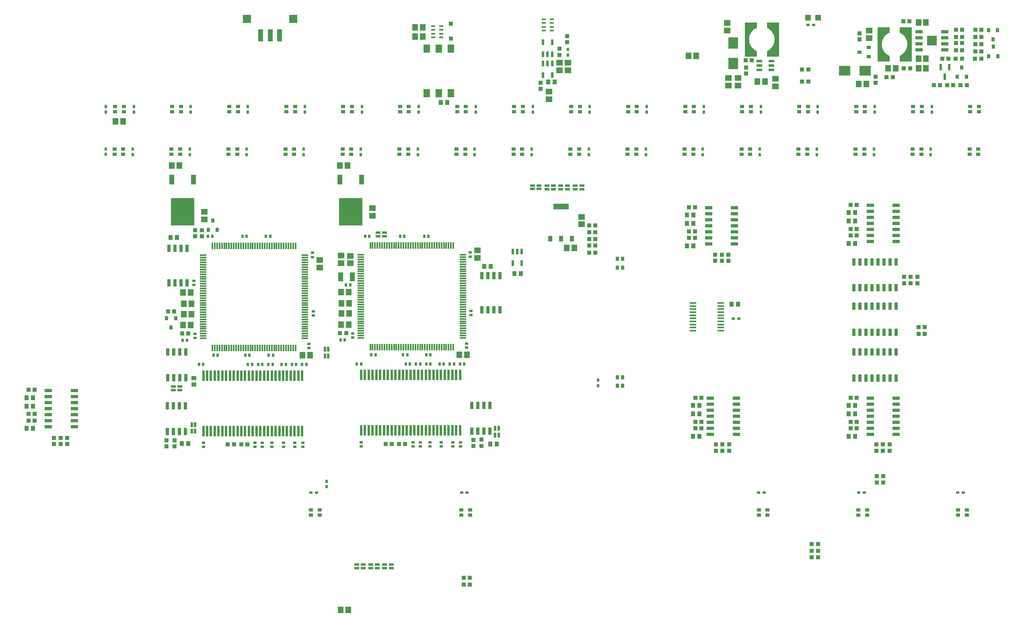
<source format=gtp>
G04*
G04 #@! TF.GenerationSoftware,Altium Limited,Altium Designer,24.2.2 (26)*
G04*
G04 Layer_Color=8421504*
%FSLAX25Y25*%
%MOIN*%
G70*
G04*
G04 #@! TF.SameCoordinates,5957EE86-81F1-4C7A-B0E9-50F0B43EC399*
G04*
G04*
G04 #@! TF.FilePolarity,Positive*
G04*
G01*
G75*
%ADD14C,0.00394*%
%ADD19R,0.05709X0.06693*%
%ADD20R,0.03543X0.01772*%
%ADD21R,0.03543X0.03937*%
%ADD22R,0.02362X0.04724*%
%ADD23R,0.03740X0.03347*%
%ADD24R,0.02362X0.02953*%
%ADD25R,0.05512X0.05118*%
%ADD26R,0.02953X0.02362*%
%ADD27R,0.02756X0.03543*%
%ADD28R,0.03543X0.02756*%
%ADD29R,0.04724X0.04724*%
%ADD30R,0.03347X0.03740*%
%ADD31R,0.09646X0.08465*%
%ADD32R,0.03543X0.03150*%
%ADD33R,0.05118X0.05512*%
%ADD34R,0.02200X0.05200*%
%ADD35R,0.03150X0.03543*%
%ADD36R,0.01968X0.27559*%
%ADD37R,0.06004X0.02756*%
%ADD38R,0.08228X0.08228*%
%ADD39R,0.04724X0.02362*%
%ADD40R,0.08465X0.09646*%
%ADD41R,0.01968X0.03937*%
%ADD42R,0.03937X0.01968*%
%ADD43R,0.03937X0.08268*%
%ADD44R,0.19291X0.23032*%
%ADD45R,0.03740X0.05118*%
%ADD46R,0.12795X0.05118*%
%ADD47R,0.06693X0.06693*%
%ADD48R,0.03937X0.10039*%
%ADD49R,0.03740X0.03543*%
%ADD50R,0.03937X0.03543*%
%ADD51R,0.01181X0.05807*%
%ADD52R,0.05807X0.01181*%
%ADD53R,0.02559X0.06496*%
%ADD54R,0.02362X0.02520*%
%ADD55R,0.02520X0.02362*%
%ADD56R,0.04724X0.05512*%
%ADD57R,0.02000X0.09000*%
%ADD58R,0.02559X0.06004*%
%ADD59R,0.04331X0.07480*%
%ADD60R,0.06102X0.02559*%
%ADD61R,0.05807X0.01772*%
%ADD62R,0.02559X0.06102*%
G36*
X1949249Y1311842D02*
X1948068Y1311448D01*
X1946886Y1310267D01*
X1946099Y1309873D01*
X1945312Y1308692D01*
X1944524Y1307511D01*
X1943737Y1305936D01*
X1943343Y1304755D01*
X1942949Y1303181D01*
Y1301999D01*
Y1300818D01*
X1943343Y1299244D01*
X1943737Y1298062D01*
X1944524Y1296488D01*
X1945312Y1295306D01*
X1946099Y1294125D01*
X1946886Y1293732D01*
X1948068Y1292551D01*
X1949249Y1292157D01*
Y1287826D01*
X1939406D01*
Y1301999D01*
Y1316173D01*
X1949249D01*
Y1311842D01*
D02*
G37*
G36*
X1967753Y1301999D02*
Y1287826D01*
X1957910D01*
Y1292157D01*
X1959091Y1292551D01*
X1960272Y1293732D01*
X1961060Y1294125D01*
X1961847Y1295306D01*
X1962634Y1296488D01*
X1963422Y1298062D01*
X1963816Y1299244D01*
X1964209Y1300818D01*
Y1301999D01*
Y1303181D01*
X1963816Y1304755D01*
X1963422Y1305936D01*
X1962634Y1307511D01*
X1961847Y1308692D01*
X1961060Y1309873D01*
X1960272Y1310267D01*
X1959091Y1311448D01*
X1957910Y1311842D01*
Y1316173D01*
X1967753D01*
Y1301999D01*
D02*
G37*
G36*
X2059268Y1307843D02*
X2058087Y1307449D01*
X2056906Y1306268D01*
X2056118Y1305874D01*
X2055331Y1304693D01*
X2054543Y1303512D01*
X2053756Y1301937D01*
X2053362Y1300756D01*
X2052968Y1299181D01*
Y1298000D01*
Y1296819D01*
X2053362Y1295244D01*
X2053756Y1294063D01*
X2054543Y1292488D01*
X2055331Y1291307D01*
X2056118Y1290126D01*
X2056906Y1289732D01*
X2058087Y1288551D01*
X2059268Y1288157D01*
Y1283827D01*
X2049425D01*
Y1298000D01*
Y1312173D01*
X2059268D01*
Y1307843D01*
D02*
G37*
G36*
X2077772Y1298000D02*
Y1283827D01*
X2067929D01*
Y1288157D01*
X2069110Y1288551D01*
X2070291Y1289732D01*
X2071079Y1290126D01*
X2071866Y1291307D01*
X2072654Y1292488D01*
X2073441Y1294063D01*
X2073835Y1295244D01*
X2074228Y1296819D01*
Y1298000D01*
Y1299181D01*
X2073835Y1300756D01*
X2073441Y1301937D01*
X2072654Y1303512D01*
X2071866Y1304693D01*
X2071079Y1305874D01*
X2070291Y1306268D01*
X2069110Y1307449D01*
X2067929Y1307843D01*
Y1312173D01*
X2077772D01*
Y1298000D01*
D02*
G37*
D14*
X2052845D02*
G03*
X2059268Y1288157I10753J0D01*
G01*
Y1307843D02*
G03*
X2052845Y1298000I4331J-9843D01*
G01*
X2074352D02*
G03*
X2067929Y1307843I-10753J0D01*
G01*
Y1288157D02*
G03*
X2074352Y1298000I-4331J9843D01*
G01*
X1942826Y1301999D02*
G03*
X1949249Y1292157I10753J0D01*
G01*
Y1311842D02*
G03*
X1942826Y1301999I4331J-9843D01*
G01*
X1964333D02*
G03*
X1957910Y1311842I-10753J0D01*
G01*
Y1292157D02*
G03*
X1964333Y1301999I-4331J9843D01*
G01*
X2059268Y1284024D02*
Y1288157D01*
Y1307843D02*
Y1311976D01*
X2067929Y1307843D02*
Y1311976D01*
Y1284024D02*
Y1288157D01*
X1949249Y1288023D02*
Y1292157D01*
Y1311842D02*
Y1315976D01*
X1957910Y1311842D02*
Y1315976D01*
Y1288023D02*
Y1292157D01*
D19*
X1696000Y1257496D02*
D03*
X1686000D02*
D03*
X1676000D02*
D03*
Y1294504D02*
D03*
X1686000D02*
D03*
X1696000D02*
D03*
D20*
X1779587Y1312527D02*
D03*
X1779587Y1309378D02*
D03*
Y1318827D02*
D03*
Y1315677D02*
D03*
X1772894Y1315677D02*
D03*
Y1318827D02*
D03*
Y1309378D02*
D03*
X1772894Y1312527D02*
D03*
X1681307Y1306850D02*
D03*
Y1303701D02*
D03*
Y1313150D02*
D03*
Y1310000D02*
D03*
X1688000D02*
D03*
Y1313150D02*
D03*
Y1303701D02*
D03*
Y1306850D02*
D03*
D21*
X1687588Y1249747D02*
D03*
X1692903Y1249747D02*
D03*
X1776425Y1266602D02*
D03*
X1781740D02*
D03*
X1473000Y966882D02*
D03*
X1478315D02*
D03*
X1349508Y1004882D02*
D03*
X1344193D02*
D03*
X2030736Y998382D02*
D03*
X2025421D02*
D03*
X1902008D02*
D03*
X1896693D02*
D03*
X2030736Y1158382D02*
D03*
X2025421D02*
D03*
X1896779Y1156382D02*
D03*
X1891464D02*
D03*
X1349508Y979382D02*
D03*
X1344193D02*
D03*
X2030736Y972882D02*
D03*
X2025421D02*
D03*
X1902008D02*
D03*
X1896693D02*
D03*
X2030736Y1132882D02*
D03*
X2025421D02*
D03*
X1896779Y1130882D02*
D03*
X1891464D02*
D03*
X1349508Y997882D02*
D03*
X1344193D02*
D03*
X2030736Y991382D02*
D03*
X2025421D02*
D03*
X1902008D02*
D03*
X1896693D02*
D03*
X2030736Y1151382D02*
D03*
X2025421D02*
D03*
X1896779Y1149382D02*
D03*
X1891464D02*
D03*
X1934008Y1082382D02*
D03*
X1928693D02*
D03*
X1734016Y966220D02*
D03*
X1728701D02*
D03*
X1468807Y1137882D02*
D03*
X1463492D02*
D03*
X1728807Y1113882D02*
D03*
X1723492D02*
D03*
X1753847Y1107673D02*
D03*
X1748532D02*
D03*
D22*
X1772260Y1299602D02*
D03*
X1779740D02*
D03*
Y1289760D02*
D03*
X1776000Y1289760D02*
D03*
X1772260Y1289760D02*
D03*
X1779740Y1282102D02*
D03*
X1776000D02*
D03*
X1772260D02*
D03*
Y1272260D02*
D03*
X1779740D02*
D03*
X1754579Y1116252D02*
D03*
X1747098Y1116252D02*
D03*
Y1126095D02*
D03*
X1750839D02*
D03*
X1754579Y1126095D02*
D03*
D23*
X1792240Y1299602D02*
D03*
Y1304720D02*
D03*
X1785740Y1289102D02*
D03*
Y1294221D02*
D03*
X1770260Y1260984D02*
D03*
Y1266102D02*
D03*
X2047902Y1266000D02*
D03*
Y1271118D02*
D03*
X2034433Y1307087D02*
D03*
Y1301968D02*
D03*
X1940504Y1278717D02*
D03*
Y1273598D02*
D03*
X1489500Y1138764D02*
D03*
Y1143882D02*
D03*
X1484000D02*
D03*
Y1138764D02*
D03*
X1721209Y964843D02*
D03*
Y969961D02*
D03*
X1714709Y964721D02*
D03*
Y969839D02*
D03*
X2059500Y966000D02*
D03*
Y960882D02*
D03*
X1926500Y965941D02*
D03*
Y960823D02*
D03*
X1378000Y971441D02*
D03*
Y966323D02*
D03*
X2048500Y966000D02*
D03*
Y960882D02*
D03*
X1915500Y965941D02*
D03*
X1915500Y960823D02*
D03*
X1367000Y971441D02*
D03*
Y966323D02*
D03*
X2054000Y966000D02*
D03*
Y960882D02*
D03*
X1921000Y965941D02*
D03*
Y960823D02*
D03*
X1372500Y971441D02*
D03*
Y966323D02*
D03*
X2071500Y1105000D02*
D03*
Y1099882D02*
D03*
X1926000Y1123441D02*
D03*
Y1118323D02*
D03*
X2077000Y1105000D02*
D03*
Y1099882D02*
D03*
X1915000Y1123500D02*
D03*
Y1118382D02*
D03*
X2082500Y1105000D02*
D03*
Y1099882D02*
D03*
X1920500Y1123500D02*
D03*
Y1118382D02*
D03*
X1460333Y964408D02*
D03*
Y969526D02*
D03*
X1466833Y964408D02*
D03*
Y969526D02*
D03*
D24*
X1792740Y1289102D02*
D03*
Y1293630D02*
D03*
X1593000Y931000D02*
D03*
Y935528D02*
D03*
X1818000Y1019264D02*
D03*
Y1014736D02*
D03*
X2046380Y1211025D02*
D03*
Y1206497D02*
D03*
X2093624Y1211025D02*
D03*
Y1206497D02*
D03*
X1904648Y1211025D02*
D03*
Y1206497D02*
D03*
X1951892Y1211025D02*
D03*
Y1206497D02*
D03*
X1999136Y1211025D02*
D03*
Y1206497D02*
D03*
X1857404Y1211025D02*
D03*
Y1206497D02*
D03*
X1526695Y1211025D02*
D03*
Y1206497D02*
D03*
X1479451Y1211025D02*
D03*
Y1206497D02*
D03*
X1573939Y1211025D02*
D03*
Y1206497D02*
D03*
X1621183Y1211025D02*
D03*
Y1206497D02*
D03*
X1715672Y1211025D02*
D03*
Y1206497D02*
D03*
X1668427Y1211025D02*
D03*
Y1206497D02*
D03*
X1432207Y1211025D02*
D03*
Y1206497D02*
D03*
X1810160Y1211025D02*
D03*
Y1206497D02*
D03*
X1762916Y1211025D02*
D03*
Y1206497D02*
D03*
X1409800Y1211100D02*
D03*
Y1206572D02*
D03*
X1574803Y1241795D02*
D03*
Y1246323D02*
D03*
X1527559Y1241795D02*
D03*
Y1246323D02*
D03*
X1410000Y1241736D02*
D03*
Y1246264D02*
D03*
X1433071Y1241831D02*
D03*
Y1246358D02*
D03*
X1480315Y1241795D02*
D03*
Y1246323D02*
D03*
X1858268Y1241795D02*
D03*
Y1246323D02*
D03*
X1905512Y1241795D02*
D03*
Y1246323D02*
D03*
X2094488Y1241831D02*
D03*
Y1246358D02*
D03*
X1952756Y1241795D02*
D03*
Y1246323D02*
D03*
X2000000Y1241795D02*
D03*
Y1246323D02*
D03*
X2047244Y1241795D02*
D03*
Y1246323D02*
D03*
X1622047Y1241795D02*
D03*
Y1246323D02*
D03*
X1716535Y1241795D02*
D03*
Y1246323D02*
D03*
X1763779Y1241795D02*
D03*
Y1246323D02*
D03*
X1811024Y1241795D02*
D03*
Y1246323D02*
D03*
X1669291Y1241795D02*
D03*
Y1246323D02*
D03*
D25*
X1785740Y1276303D02*
D03*
Y1282602D02*
D03*
X1792740Y1276303D02*
D03*
Y1282602D02*
D03*
X1777260Y1252303D02*
D03*
X1777260Y1258602D02*
D03*
X2042402Y1309299D02*
D03*
Y1303000D02*
D03*
X1933981Y1263700D02*
D03*
Y1269999D02*
D03*
X1925981Y1263700D02*
D03*
Y1269999D02*
D03*
X1924981Y1315799D02*
D03*
Y1309499D02*
D03*
X1965000Y1263000D02*
D03*
Y1269299D02*
D03*
X1804240Y1154870D02*
D03*
Y1148571D02*
D03*
X1491500Y1159181D02*
D03*
Y1152882D02*
D03*
X1718000Y1120732D02*
D03*
Y1127032D02*
D03*
X1605036Y1122584D02*
D03*
Y1116285D02*
D03*
X1612709Y1116220D02*
D03*
Y1122520D02*
D03*
X1631000Y1155882D02*
D03*
Y1162181D02*
D03*
X1587333Y1119176D02*
D03*
Y1112876D02*
D03*
D26*
X2120527Y926000D02*
D03*
X2116000D02*
D03*
X2038527D02*
D03*
X2034000D02*
D03*
X1955527D02*
D03*
X1951000D02*
D03*
X1709264D02*
D03*
X1704736D02*
D03*
X1584527D02*
D03*
X1580000D02*
D03*
X1992000Y1314000D02*
D03*
X1996528D02*
D03*
X1929944Y1070438D02*
D03*
X1934472D02*
D03*
D27*
X1833765Y1120077D02*
D03*
X1838096D02*
D03*
Y1112872D02*
D03*
X1833765D02*
D03*
Y1014613D02*
D03*
X1838096D02*
D03*
Y1021818D02*
D03*
X1833765D02*
D03*
D28*
X1704597Y911681D02*
D03*
Y907350D02*
D03*
X1711802D02*
D03*
Y911681D02*
D03*
X1579929D02*
D03*
Y907350D02*
D03*
X1587134D02*
D03*
Y911681D02*
D03*
X2116241D02*
D03*
Y907350D02*
D03*
X2123446D02*
D03*
Y911681D02*
D03*
X2033564D02*
D03*
Y907350D02*
D03*
X2040769D02*
D03*
Y911681D02*
D03*
X1951052D02*
D03*
Y907350D02*
D03*
X1958257D02*
D03*
Y911681D02*
D03*
X2031265Y1206729D02*
D03*
Y1211060D02*
D03*
X2038470Y1211060D02*
D03*
X2038470Y1206729D02*
D03*
X2125753Y1206729D02*
D03*
Y1211060D02*
D03*
X2132958Y1211060D02*
D03*
X2132958Y1206729D02*
D03*
X2078509Y1206729D02*
D03*
Y1211060D02*
D03*
X2085714D02*
D03*
Y1206729D02*
D03*
X1889532Y1206729D02*
D03*
Y1211060D02*
D03*
X1896737Y1211060D02*
D03*
X1896737Y1206729D02*
D03*
X1936777D02*
D03*
Y1211060D02*
D03*
X1943982D02*
D03*
X1943982Y1206729D02*
D03*
X1984021D02*
D03*
Y1211060D02*
D03*
X1991226Y1211060D02*
D03*
X1991226Y1206729D02*
D03*
X1842288Y1206729D02*
D03*
Y1211060D02*
D03*
X1849493D02*
D03*
Y1206729D02*
D03*
X1747800Y1206729D02*
D03*
Y1211060D02*
D03*
X1755005Y1211060D02*
D03*
X1755005Y1206729D02*
D03*
X1511580Y1206729D02*
D03*
Y1211060D02*
D03*
X1518785D02*
D03*
X1518785Y1206729D02*
D03*
X1558824D02*
D03*
Y1211060D02*
D03*
X1566029Y1211060D02*
D03*
X1566029Y1206729D02*
D03*
X1700556D02*
D03*
Y1211060D02*
D03*
X1707761D02*
D03*
X1707761Y1206729D02*
D03*
X1653312Y1206729D02*
D03*
Y1211060D02*
D03*
X1660517D02*
D03*
Y1206729D02*
D03*
X1606068Y1206729D02*
D03*
Y1211060D02*
D03*
X1613273D02*
D03*
X1613273Y1206729D02*
D03*
X1417092D02*
D03*
Y1211060D02*
D03*
X1424297D02*
D03*
X1424297Y1206729D02*
D03*
X1795044D02*
D03*
Y1211060D02*
D03*
X1802249Y1211060D02*
D03*
X1802249Y1206729D02*
D03*
X1464336Y1206729D02*
D03*
Y1211060D02*
D03*
X1471541D02*
D03*
Y1206729D02*
D03*
X1984540Y1242134D02*
D03*
Y1246465D02*
D03*
X1991745D02*
D03*
Y1242134D02*
D03*
X1559515Y1242098D02*
D03*
Y1246429D02*
D03*
X1566720D02*
D03*
Y1242098D02*
D03*
X1606587Y1242134D02*
D03*
Y1246465D02*
D03*
X1613792D02*
D03*
Y1242134D02*
D03*
X1512271Y1242098D02*
D03*
Y1246429D02*
D03*
X1519476D02*
D03*
Y1242098D02*
D03*
X1417611Y1242134D02*
D03*
Y1246465D02*
D03*
X1424816D02*
D03*
Y1242134D02*
D03*
X1464855D02*
D03*
Y1246465D02*
D03*
X1472060D02*
D03*
Y1242134D02*
D03*
X1937296D02*
D03*
Y1246465D02*
D03*
X1944501D02*
D03*
Y1242134D02*
D03*
X1890052D02*
D03*
Y1246465D02*
D03*
X1897257D02*
D03*
Y1242134D02*
D03*
X2126273D02*
D03*
Y1246465D02*
D03*
X2133478D02*
D03*
Y1242134D02*
D03*
X2031784D02*
D03*
Y1246465D02*
D03*
X2038989D02*
D03*
Y1242134D02*
D03*
X2079028D02*
D03*
Y1246465D02*
D03*
X2086233D02*
D03*
Y1242134D02*
D03*
X1653831D02*
D03*
Y1246465D02*
D03*
X1661036D02*
D03*
Y1242134D02*
D03*
X1748320D02*
D03*
Y1246465D02*
D03*
X1755525D02*
D03*
Y1242134D02*
D03*
X1701076D02*
D03*
Y1246465D02*
D03*
X1708281D02*
D03*
Y1242134D02*
D03*
X1795564D02*
D03*
Y1246465D02*
D03*
X1802769D02*
D03*
Y1242134D02*
D03*
X1842808D02*
D03*
Y1246465D02*
D03*
X1850013D02*
D03*
Y1242134D02*
D03*
D29*
X1991866Y1320000D02*
D03*
X2000134D02*
D03*
D30*
X1992118Y1277000D02*
D03*
X1987000D02*
D03*
X1992118Y1267000D02*
D03*
X1987000D02*
D03*
X2130402Y1310000D02*
D03*
X2135520D02*
D03*
X2062147Y1270873D02*
D03*
X2057029D02*
D03*
X2108339Y1285937D02*
D03*
X2103221D02*
D03*
X2119457Y1285937D02*
D03*
X2114339D02*
D03*
X2107220Y1263937D02*
D03*
X2112339D02*
D03*
X2118339Y1263937D02*
D03*
X2123457D02*
D03*
X2096221Y1263937D02*
D03*
X2101339D02*
D03*
X2114402Y1299000D02*
D03*
X2119520D02*
D03*
X2075961Y1317000D02*
D03*
X2070843D02*
D03*
X2071283Y1278000D02*
D03*
X2076402D02*
D03*
X2119520Y1310000D02*
D03*
X2114402D02*
D03*
X2114441Y1304000D02*
D03*
X2119559D02*
D03*
X2114402Y1293000D02*
D03*
X2119520D02*
D03*
X2135520Y1292000D02*
D03*
X2130402D02*
D03*
X2135520Y1298000D02*
D03*
X2130402D02*
D03*
X2135520Y1304000D02*
D03*
X2130402D02*
D03*
X2130283Y1286000D02*
D03*
X2135402D02*
D03*
X1945346Y1284861D02*
D03*
X1940228D02*
D03*
X1461441Y1076382D02*
D03*
X1466559D02*
D03*
X1810542Y1125198D02*
D03*
X1815660Y1125198D02*
D03*
Y1147698D02*
D03*
X1810542D02*
D03*
Y1142032D02*
D03*
X1815660D02*
D03*
X1810542Y1136532D02*
D03*
X1815660D02*
D03*
X1810542Y1131032D02*
D03*
X1815660D02*
D03*
X1603941Y1058382D02*
D03*
X1609059D02*
D03*
X1658000Y966382D02*
D03*
X1652882D02*
D03*
X1641764D02*
D03*
X1646882D02*
D03*
X2088618Y1063382D02*
D03*
X2083500D02*
D03*
X2088618Y1057882D02*
D03*
X2083500D02*
D03*
X1903500Y1004882D02*
D03*
X1898382D02*
D03*
X1903500Y984882D02*
D03*
X1898382D02*
D03*
X1903500Y979382D02*
D03*
X1898382D02*
D03*
X2054118Y934382D02*
D03*
X2049000D02*
D03*
X1995000Y872382D02*
D03*
X2000118D02*
D03*
X1995000Y877882D02*
D03*
X2000118D02*
D03*
X1995000Y883382D02*
D03*
X2000118D02*
D03*
X2054118Y939882D02*
D03*
X2049000D02*
D03*
X1711559Y849882D02*
D03*
X1706441D02*
D03*
X1711559Y855382D02*
D03*
X1706441D02*
D03*
X1345882Y991382D02*
D03*
X1351000D02*
D03*
X1345882Y985882D02*
D03*
X1351000D02*
D03*
X1345882Y1011382D02*
D03*
X1351000D02*
D03*
X2027110Y984882D02*
D03*
X2032228D02*
D03*
X2027110Y979382D02*
D03*
X2032228D02*
D03*
X2027110Y1004882D02*
D03*
X2032228D02*
D03*
X2027110Y1144882D02*
D03*
X2032228D02*
D03*
X2027110Y1139382D02*
D03*
X2032228D02*
D03*
X2027110Y1164882D02*
D03*
X2032228D02*
D03*
X1893153Y1142882D02*
D03*
X1898272D02*
D03*
X1893153Y1137382D02*
D03*
X1898272D02*
D03*
X1893153Y1162882D02*
D03*
X1898272D02*
D03*
X1527176Y966061D02*
D03*
X1522058D02*
D03*
X1473117Y1057963D02*
D03*
X1478235D02*
D03*
X1516058Y966160D02*
D03*
X1510940D02*
D03*
D31*
X2039202Y1276210D02*
D03*
X2022272D02*
D03*
D32*
X2042339Y1287760D02*
D03*
Y1295240D02*
D03*
X2034464Y1291500D02*
D03*
D33*
X2040051Y1265098D02*
D03*
X2033752D02*
D03*
X2089701Y1278000D02*
D03*
X2083402D02*
D03*
X2089701Y1286000D02*
D03*
X2083402D02*
D03*
X2089701Y1316000D02*
D03*
X2083402D02*
D03*
X2058102Y1278000D02*
D03*
X2064402D02*
D03*
X1949981Y1266999D02*
D03*
X1956280D02*
D03*
X1899110Y1288331D02*
D03*
X1892811D02*
D03*
X1424299Y1234000D02*
D03*
X1418000D02*
D03*
X1464500Y1197382D02*
D03*
X1470799D02*
D03*
X1798142Y1129071D02*
D03*
X1791842Y1129071D02*
D03*
X1610799Y828882D02*
D03*
X1604500D02*
D03*
X1666201Y1312000D02*
D03*
X1672500D02*
D03*
X1666201Y1304500D02*
D03*
X1672500D02*
D03*
X1604850Y1092382D02*
D03*
X1611150D02*
D03*
Y1065382D02*
D03*
X1604850D02*
D03*
X1702850Y1040382D02*
D03*
X1709150D02*
D03*
X1604000Y1197382D02*
D03*
X1610299D02*
D03*
X1573026Y1039963D02*
D03*
X1579326D02*
D03*
X1473816Y1091969D02*
D03*
X1480115D02*
D03*
X1480161Y1064975D02*
D03*
X1473862D02*
D03*
D34*
X2105339Y1270937D02*
D03*
X2101739Y1278937D02*
D03*
X2108939D02*
D03*
D35*
X2115598Y1271000D02*
D03*
X2123079D02*
D03*
X2119339Y1278874D02*
D03*
X2141661Y1288126D02*
D03*
X2149142D02*
D03*
X2145402Y1296000D02*
D03*
X2148929Y1309874D02*
D03*
X2141449D02*
D03*
X2145189Y1302000D02*
D03*
X1494760Y1143945D02*
D03*
X1502240D02*
D03*
X1498500Y1151819D02*
D03*
X1467740Y1070819D02*
D03*
X1460260D02*
D03*
X1464000Y1062945D02*
D03*
D36*
X2051197Y1298000D02*
D03*
X2076000D02*
D03*
X1941178Y1301999D02*
D03*
X1965981D02*
D03*
D37*
X2105079Y1293500D02*
D03*
Y1298500D02*
D03*
Y1303500D02*
D03*
Y1308500D02*
D03*
X2083724D02*
D03*
Y1303500D02*
D03*
Y1298500D02*
D03*
Y1293500D02*
D03*
D38*
X2094402Y1301000D02*
D03*
D39*
X1951638Y1284181D02*
D03*
Y1280440D02*
D03*
Y1276700D02*
D03*
X1961481D02*
D03*
Y1280440D02*
D03*
Y1284181D02*
D03*
D40*
X1929981Y1298929D02*
D03*
Y1281999D02*
D03*
D41*
X1591500Y1044894D02*
D03*
X1594256D02*
D03*
X1591500Y1039382D02*
D03*
X1594256D02*
D03*
X1735465Y973709D02*
D03*
X1732709D02*
D03*
X1735465Y979220D02*
D03*
X1732709D02*
D03*
X1481077Y982526D02*
D03*
X1483833D02*
D03*
X1481077Y977014D02*
D03*
X1483833D02*
D03*
D42*
X1775500Y1177882D02*
D03*
Y1180638D02*
D03*
X1781012Y1177882D02*
D03*
Y1180638D02*
D03*
X1763488Y1178004D02*
D03*
Y1180760D02*
D03*
X1769000Y1178004D02*
D03*
Y1180760D02*
D03*
X1787000Y1177882D02*
D03*
Y1180638D02*
D03*
X1792512Y1177882D02*
D03*
Y1180638D02*
D03*
X1799000Y1177882D02*
D03*
Y1180638D02*
D03*
X1804512Y1177882D02*
D03*
Y1180638D02*
D03*
X1635000Y866260D02*
D03*
Y863504D02*
D03*
X1629488Y866260D02*
D03*
Y863504D02*
D03*
X1646512Y866260D02*
D03*
X1646512Y863504D02*
D03*
X1641000Y866260D02*
D03*
X1641000Y863504D02*
D03*
X1617866Y866272D02*
D03*
Y863516D02*
D03*
X1623378Y866272D02*
D03*
Y863516D02*
D03*
X1641000Y1138882D02*
D03*
X1641000Y1141638D02*
D03*
X1635488Y1138882D02*
D03*
Y1141638D02*
D03*
X1465833Y1011148D02*
D03*
Y1013904D02*
D03*
X1471345Y1011148D02*
D03*
Y1013904D02*
D03*
D43*
X1482453Y1185882D02*
D03*
X1464500D02*
D03*
X1621953Y1185882D02*
D03*
X1604000Y1185882D02*
D03*
D44*
X1473476Y1159110D02*
D03*
X1612976Y1159110D02*
D03*
D45*
X1778126Y1136882D02*
D03*
X1787142Y1136882D02*
D03*
X1796157Y1136882D02*
D03*
D46*
X1787142Y1163260D02*
D03*
D47*
X1526775Y1319050D02*
D03*
X1565358D02*
D03*
D48*
X1553940Y1305369D02*
D03*
X1546066D02*
D03*
X1538192D02*
D03*
D49*
X1696000Y1315201D02*
D03*
Y1302799D02*
D03*
D50*
X1482833Y1015868D02*
D03*
Y1021183D02*
D03*
D51*
X1498227Y1130739D02*
D03*
X1500196D02*
D03*
X1502164D02*
D03*
X1504133D02*
D03*
X1506101D02*
D03*
X1508070D02*
D03*
X1510038D02*
D03*
X1512007D02*
D03*
X1513975D02*
D03*
X1515944D02*
D03*
X1517912D02*
D03*
X1519881D02*
D03*
X1521849D02*
D03*
X1523818D02*
D03*
X1525786D02*
D03*
X1527755D02*
D03*
X1529723D02*
D03*
X1531692D02*
D03*
X1533660D02*
D03*
X1535629D02*
D03*
X1537597D02*
D03*
X1539566D02*
D03*
X1541534D02*
D03*
X1543503D02*
D03*
X1545471D02*
D03*
X1547440D02*
D03*
X1549408D02*
D03*
X1551377D02*
D03*
X1553345D02*
D03*
X1555314D02*
D03*
X1557282D02*
D03*
X1559251D02*
D03*
X1561219D02*
D03*
X1563188D02*
D03*
X1565156D02*
D03*
X1567125D02*
D03*
Y1046187D02*
D03*
X1565156D02*
D03*
X1563188D02*
D03*
X1561219D02*
D03*
X1559251D02*
D03*
X1557282D02*
D03*
X1555314D02*
D03*
X1553345D02*
D03*
X1551377D02*
D03*
X1549408D02*
D03*
X1547440D02*
D03*
X1545471D02*
D03*
X1543503D02*
D03*
X1541534D02*
D03*
X1539566D02*
D03*
X1537597D02*
D03*
X1535629D02*
D03*
X1533660D02*
D03*
X1531692D02*
D03*
X1529723D02*
D03*
X1527755D02*
D03*
X1525786D02*
D03*
X1523818D02*
D03*
X1521849D02*
D03*
X1519881D02*
D03*
X1517912D02*
D03*
X1515944D02*
D03*
X1513975D02*
D03*
X1512007D02*
D03*
X1510038D02*
D03*
X1508070D02*
D03*
X1506101D02*
D03*
X1504133D02*
D03*
X1502164D02*
D03*
X1500196D02*
D03*
X1498227D02*
D03*
X1629051Y1131157D02*
D03*
X1631020D02*
D03*
X1632988D02*
D03*
X1634957D02*
D03*
X1636925D02*
D03*
X1638894D02*
D03*
X1640862D02*
D03*
X1642831D02*
D03*
X1644799D02*
D03*
X1646768D02*
D03*
X1648736D02*
D03*
X1650705D02*
D03*
X1652673D02*
D03*
X1654642D02*
D03*
X1656610D02*
D03*
X1658579D02*
D03*
X1660547D02*
D03*
X1662516D02*
D03*
X1664484D02*
D03*
X1666453D02*
D03*
X1668421D02*
D03*
X1670390D02*
D03*
X1672358D02*
D03*
X1674327D02*
D03*
X1676295D02*
D03*
X1678264D02*
D03*
X1680232D02*
D03*
X1682201D02*
D03*
X1684169D02*
D03*
X1686138D02*
D03*
X1688106D02*
D03*
X1690075D02*
D03*
X1692043D02*
D03*
X1694012D02*
D03*
X1695980D02*
D03*
X1697949D02*
D03*
Y1046606D02*
D03*
X1695980D02*
D03*
X1694012D02*
D03*
X1692043D02*
D03*
X1690075D02*
D03*
X1688106D02*
D03*
X1686138D02*
D03*
X1684169D02*
D03*
X1682201D02*
D03*
X1680232D02*
D03*
X1678264D02*
D03*
X1676295D02*
D03*
X1674327D02*
D03*
X1672358D02*
D03*
X1670390D02*
D03*
X1668421D02*
D03*
X1666453D02*
D03*
X1664484D02*
D03*
X1662516D02*
D03*
X1660547D02*
D03*
X1658579D02*
D03*
X1656610D02*
D03*
X1654642D02*
D03*
X1652673D02*
D03*
X1650705D02*
D03*
X1648736D02*
D03*
X1646768D02*
D03*
X1644799D02*
D03*
X1642831D02*
D03*
X1640862D02*
D03*
X1638894D02*
D03*
X1636925D02*
D03*
X1634957D02*
D03*
X1632988D02*
D03*
X1631020D02*
D03*
X1629051D02*
D03*
D52*
X1574952Y1122912D02*
D03*
Y1120943D02*
D03*
Y1118975D02*
D03*
Y1117006D02*
D03*
Y1115038D02*
D03*
Y1113069D02*
D03*
Y1111101D02*
D03*
Y1109132D02*
D03*
Y1107164D02*
D03*
Y1105195D02*
D03*
Y1103227D02*
D03*
Y1101258D02*
D03*
Y1099290D02*
D03*
Y1097321D02*
D03*
Y1095353D02*
D03*
Y1093384D02*
D03*
Y1091416D02*
D03*
Y1089447D02*
D03*
Y1087479D02*
D03*
Y1085510D02*
D03*
Y1083542D02*
D03*
Y1081573D02*
D03*
Y1079605D02*
D03*
Y1077636D02*
D03*
Y1075668D02*
D03*
Y1073699D02*
D03*
Y1071731D02*
D03*
Y1069762D02*
D03*
Y1067794D02*
D03*
Y1065825D02*
D03*
Y1063857D02*
D03*
Y1061888D02*
D03*
Y1059920D02*
D03*
Y1057951D02*
D03*
Y1055983D02*
D03*
Y1054014D02*
D03*
X1490400D02*
D03*
Y1055983D02*
D03*
Y1057951D02*
D03*
Y1059920D02*
D03*
Y1061888D02*
D03*
Y1063857D02*
D03*
Y1065825D02*
D03*
Y1067794D02*
D03*
Y1069762D02*
D03*
Y1071731D02*
D03*
Y1073699D02*
D03*
Y1075668D02*
D03*
Y1077636D02*
D03*
Y1079605D02*
D03*
Y1081573D02*
D03*
Y1083542D02*
D03*
Y1085510D02*
D03*
Y1087479D02*
D03*
Y1089447D02*
D03*
Y1091416D02*
D03*
Y1093384D02*
D03*
Y1095353D02*
D03*
Y1097321D02*
D03*
Y1099290D02*
D03*
Y1101258D02*
D03*
Y1103227D02*
D03*
Y1105195D02*
D03*
Y1107164D02*
D03*
Y1109132D02*
D03*
Y1111101D02*
D03*
Y1113069D02*
D03*
Y1115038D02*
D03*
Y1117006D02*
D03*
Y1118975D02*
D03*
Y1120943D02*
D03*
Y1122912D02*
D03*
X1705776Y1123331D02*
D03*
Y1121362D02*
D03*
Y1119394D02*
D03*
Y1117425D02*
D03*
Y1115457D02*
D03*
Y1113488D02*
D03*
Y1111520D02*
D03*
Y1109551D02*
D03*
Y1107583D02*
D03*
Y1105614D02*
D03*
Y1103646D02*
D03*
Y1101677D02*
D03*
Y1099709D02*
D03*
Y1097740D02*
D03*
Y1095772D02*
D03*
Y1093803D02*
D03*
Y1091835D02*
D03*
Y1089866D02*
D03*
Y1087898D02*
D03*
Y1085929D02*
D03*
Y1083961D02*
D03*
Y1081992D02*
D03*
Y1080024D02*
D03*
Y1078055D02*
D03*
Y1076087D02*
D03*
Y1074118D02*
D03*
Y1072150D02*
D03*
Y1070181D02*
D03*
Y1068213D02*
D03*
Y1066244D02*
D03*
Y1064276D02*
D03*
Y1062307D02*
D03*
Y1060338D02*
D03*
Y1058370D02*
D03*
Y1056402D02*
D03*
Y1054433D02*
D03*
X1621224D02*
D03*
Y1056402D02*
D03*
Y1058370D02*
D03*
Y1060338D02*
D03*
Y1062307D02*
D03*
Y1064276D02*
D03*
Y1066244D02*
D03*
Y1068213D02*
D03*
Y1070181D02*
D03*
Y1072150D02*
D03*
Y1074118D02*
D03*
Y1076087D02*
D03*
Y1078055D02*
D03*
Y1080024D02*
D03*
Y1081992D02*
D03*
Y1083961D02*
D03*
Y1085929D02*
D03*
Y1087898D02*
D03*
Y1089866D02*
D03*
Y1091835D02*
D03*
Y1093803D02*
D03*
Y1095772D02*
D03*
Y1097740D02*
D03*
Y1099709D02*
D03*
Y1101677D02*
D03*
Y1103646D02*
D03*
Y1105614D02*
D03*
Y1107583D02*
D03*
Y1109551D02*
D03*
Y1111520D02*
D03*
Y1113488D02*
D03*
Y1115457D02*
D03*
Y1117425D02*
D03*
Y1119394D02*
D03*
Y1121362D02*
D03*
Y1123331D02*
D03*
D53*
X1721500Y1106055D02*
D03*
X1726500D02*
D03*
X1731500D02*
D03*
X1736500D02*
D03*
Y1077709D02*
D03*
X1731500D02*
D03*
X1726500D02*
D03*
X1721500D02*
D03*
X1462262Y1128563D02*
D03*
X1467262D02*
D03*
X1472262D02*
D03*
X1477262D02*
D03*
Y1100216D02*
D03*
X1472262D02*
D03*
X1467262D02*
D03*
X1462262D02*
D03*
D54*
X1608000Y1052882D02*
D03*
X1604535D02*
D03*
X1628232Y1138882D02*
D03*
X1624768D02*
D03*
X1612500Y1098382D02*
D03*
X1609035D02*
D03*
X1653768Y1138882D02*
D03*
X1657232D02*
D03*
X1673768D02*
D03*
X1677232D02*
D03*
X1675525Y1040382D02*
D03*
X1678990D02*
D03*
X1659732D02*
D03*
X1656268D02*
D03*
X1633500D02*
D03*
X1630035D02*
D03*
X1621500Y1032882D02*
D03*
X1618035D02*
D03*
X1662000D02*
D03*
X1658535D02*
D03*
X1679000D02*
D03*
X1675535D02*
D03*
X1689965D02*
D03*
X1686500D02*
D03*
X1695000D02*
D03*
X1698465D02*
D03*
X1703500D02*
D03*
X1706965D02*
D03*
X1667035D02*
D03*
X1670500D02*
D03*
X1576140Y1032463D02*
D03*
X1572676D02*
D03*
X1559140D02*
D03*
X1555676D02*
D03*
X1567640D02*
D03*
X1564176D02*
D03*
X1544711D02*
D03*
X1548176D02*
D03*
X1548408Y1039963D02*
D03*
X1544944D02*
D03*
X1528908D02*
D03*
X1525444D02*
D03*
X1531170Y1032463D02*
D03*
X1527705D02*
D03*
X1536101Y1032526D02*
D03*
X1539566D02*
D03*
X1498125Y1138687D02*
D03*
X1494660D02*
D03*
X1473711Y1052463D02*
D03*
X1477176D02*
D03*
X1487211Y1032463D02*
D03*
X1490676D02*
D03*
X1502676Y1039963D02*
D03*
X1499211D02*
D03*
X1542625Y1138687D02*
D03*
X1546089D02*
D03*
X1523125D02*
D03*
X1526589D02*
D03*
D55*
X1614545Y1058142D02*
D03*
Y1054677D02*
D03*
X1712000Y1125346D02*
D03*
Y1121882D02*
D03*
X1712500Y1076882D02*
D03*
Y1073417D02*
D03*
X1709000Y1046382D02*
D03*
Y1049846D02*
D03*
X1621500Y964417D02*
D03*
Y967882D02*
D03*
X1664500Y964417D02*
D03*
Y967882D02*
D03*
X1670500D02*
D03*
Y964417D02*
D03*
X1678500D02*
D03*
Y967882D02*
D03*
X1688000D02*
D03*
Y964417D02*
D03*
X1697500D02*
D03*
Y967882D02*
D03*
X1704039Y964417D02*
D03*
Y967882D02*
D03*
X1578176Y1045998D02*
D03*
Y1049463D02*
D03*
X1573215Y967463D02*
D03*
Y963998D02*
D03*
X1566676Y967463D02*
D03*
Y963998D02*
D03*
X1557176D02*
D03*
Y967463D02*
D03*
X1533676D02*
D03*
Y963998D02*
D03*
X1539676D02*
D03*
Y967463D02*
D03*
X1547676D02*
D03*
Y963998D02*
D03*
X1581774Y1076466D02*
D03*
Y1073001D02*
D03*
X1581176Y1124928D02*
D03*
Y1121463D02*
D03*
X1483721Y1057723D02*
D03*
Y1054258D02*
D03*
X1482833Y1098294D02*
D03*
Y1101758D02*
D03*
X1490718Y967505D02*
D03*
Y964040D02*
D03*
D56*
X1611650Y1074551D02*
D03*
X1605350D02*
D03*
X1611650Y1083213D02*
D03*
X1605350D02*
D03*
X1480826Y1074132D02*
D03*
Y1082794D02*
D03*
X1474526Y1074132D02*
D03*
Y1082794D02*
D03*
D57*
X1703445Y1023622D02*
D03*
X1700295D02*
D03*
X1697146D02*
D03*
X1693996D02*
D03*
X1690846D02*
D03*
X1687697D02*
D03*
X1684547D02*
D03*
X1681398D02*
D03*
X1678248D02*
D03*
X1675098D02*
D03*
X1671949D02*
D03*
X1668799D02*
D03*
X1665650D02*
D03*
X1662500D02*
D03*
X1659350D02*
D03*
X1656201D02*
D03*
X1653051D02*
D03*
X1649902D02*
D03*
X1646752D02*
D03*
X1643602D02*
D03*
X1640453D02*
D03*
X1637303D02*
D03*
X1634154D02*
D03*
X1631004D02*
D03*
X1627854D02*
D03*
X1624705D02*
D03*
X1621555D02*
D03*
Y977559D02*
D03*
X1624705D02*
D03*
X1627854D02*
D03*
X1631004D02*
D03*
X1634154D02*
D03*
X1637303D02*
D03*
X1640453D02*
D03*
X1643602D02*
D03*
X1646752D02*
D03*
X1649902D02*
D03*
X1653051D02*
D03*
X1656201D02*
D03*
X1659350D02*
D03*
X1662500D02*
D03*
X1665650D02*
D03*
X1668799D02*
D03*
X1671949D02*
D03*
X1675098D02*
D03*
X1678248D02*
D03*
X1681398D02*
D03*
X1684547D02*
D03*
X1687697D02*
D03*
X1690846D02*
D03*
X1693996D02*
D03*
X1697146D02*
D03*
X1700295D02*
D03*
X1703445D02*
D03*
X1497024Y977146D02*
D03*
X1503324Y1023209D02*
D03*
X1525371D02*
D03*
X1506473Y977146D02*
D03*
Y1023209D02*
D03*
X1544268D02*
D03*
X1541119Y977146D02*
D03*
X1522221Y1023209D02*
D03*
X1493875D02*
D03*
X1569465Y977146D02*
D03*
X1528520Y1023209D02*
D03*
X1500174D02*
D03*
X1519072D02*
D03*
X1500174Y977146D02*
D03*
X1541119Y1023209D02*
D03*
X1544268Y977146D02*
D03*
X1572615D02*
D03*
X1556867Y1023209D02*
D03*
X1566316Y977146D02*
D03*
X1537969Y1023209D02*
D03*
X1547418Y977146D02*
D03*
X1531670D02*
D03*
X1490725D02*
D03*
X1519072D02*
D03*
X1493875D02*
D03*
X1509623D02*
D03*
X1534820Y1023209D02*
D03*
X1550568Y977146D02*
D03*
X1569465Y1023209D02*
D03*
X1563166D02*
D03*
X1553717D02*
D03*
X1512772D02*
D03*
X1515922D02*
D03*
X1503324Y977146D02*
D03*
X1512772D02*
D03*
X1550568Y1023209D02*
D03*
X1534820Y977146D02*
D03*
X1553717D02*
D03*
X1560016Y1023209D02*
D03*
X1525371Y977146D02*
D03*
X1497024Y1023209D02*
D03*
X1563166Y977146D02*
D03*
X1509623Y1023209D02*
D03*
X1522221Y977146D02*
D03*
X1566316Y1023209D02*
D03*
X1572615D02*
D03*
X1547418D02*
D03*
X1531670D02*
D03*
X1490725D02*
D03*
X1556867Y977146D02*
D03*
X1537969D02*
D03*
X1560016D02*
D03*
X1528520D02*
D03*
X1515922D02*
D03*
D58*
X1728209Y998398D02*
D03*
X1723209D02*
D03*
X1718209D02*
D03*
X1713209D02*
D03*
Y977043D02*
D03*
X1718209D02*
D03*
X1723209D02*
D03*
X1728209D02*
D03*
X1476333Y1042703D02*
D03*
X1471333D02*
D03*
X1466333D02*
D03*
X1461333D02*
D03*
Y1021349D02*
D03*
X1466333D02*
D03*
X1471333D02*
D03*
X1476333D02*
D03*
X1475833Y998203D02*
D03*
X1470833D02*
D03*
X1465833D02*
D03*
X1460833D02*
D03*
Y976849D02*
D03*
X1465833D02*
D03*
X1470833D02*
D03*
X1475833D02*
D03*
D59*
X1614230Y1105021D02*
D03*
X1604387D02*
D03*
D60*
X1911043Y974382D02*
D03*
Y979382D02*
D03*
Y984382D02*
D03*
Y989382D02*
D03*
Y994382D02*
D03*
Y999382D02*
D03*
Y1004382D02*
D03*
X1932500D02*
D03*
Y999382D02*
D03*
Y994382D02*
D03*
Y989382D02*
D03*
Y984382D02*
D03*
Y979382D02*
D03*
Y974382D02*
D03*
X2043500D02*
D03*
Y979382D02*
D03*
Y984382D02*
D03*
Y989382D02*
D03*
Y994382D02*
D03*
Y999382D02*
D03*
Y1004382D02*
D03*
X2064957D02*
D03*
Y999382D02*
D03*
Y994382D02*
D03*
Y989382D02*
D03*
Y984382D02*
D03*
Y979382D02*
D03*
Y974382D02*
D03*
X1383728Y980882D02*
D03*
Y985882D02*
D03*
Y990882D02*
D03*
Y995882D02*
D03*
Y1000882D02*
D03*
Y1005882D02*
D03*
Y1010882D02*
D03*
X1362271D02*
D03*
Y1005882D02*
D03*
Y1000882D02*
D03*
Y995882D02*
D03*
Y990882D02*
D03*
Y985882D02*
D03*
Y980882D02*
D03*
X2064957Y1134382D02*
D03*
Y1139382D02*
D03*
Y1144382D02*
D03*
Y1149382D02*
D03*
Y1154382D02*
D03*
Y1159382D02*
D03*
Y1164382D02*
D03*
X2043500D02*
D03*
Y1159382D02*
D03*
Y1154382D02*
D03*
Y1149382D02*
D03*
Y1144382D02*
D03*
Y1139382D02*
D03*
Y1134382D02*
D03*
X1931000Y1132382D02*
D03*
Y1137382D02*
D03*
Y1142382D02*
D03*
Y1147382D02*
D03*
Y1152382D02*
D03*
Y1157382D02*
D03*
Y1162382D02*
D03*
X1909543D02*
D03*
Y1157382D02*
D03*
Y1152382D02*
D03*
Y1147382D02*
D03*
Y1142382D02*
D03*
Y1137382D02*
D03*
Y1132382D02*
D03*
D61*
X1896433Y1083398D02*
D03*
Y1080838D02*
D03*
Y1078279D02*
D03*
Y1075721D02*
D03*
Y1073162D02*
D03*
Y1070602D02*
D03*
Y1068043D02*
D03*
Y1065484D02*
D03*
Y1062925D02*
D03*
Y1060366D02*
D03*
X1919567D02*
D03*
Y1062925D02*
D03*
Y1065484D02*
D03*
Y1068043D02*
D03*
Y1070602D02*
D03*
Y1073162D02*
D03*
Y1075721D02*
D03*
Y1078279D02*
D03*
Y1080838D02*
D03*
Y1083398D02*
D03*
D62*
X2030000Y1042610D02*
D03*
X2035000D02*
D03*
X2040000D02*
D03*
X2045000D02*
D03*
X2050000D02*
D03*
X2055000D02*
D03*
X2060000D02*
D03*
X2065000D02*
D03*
Y1021154D02*
D03*
X2060000D02*
D03*
X2055000D02*
D03*
X2050000D02*
D03*
X2045000D02*
D03*
X2040000D02*
D03*
X2035000D02*
D03*
X2030000D02*
D03*
Y1080610D02*
D03*
X2035000D02*
D03*
X2040000D02*
D03*
X2045000D02*
D03*
X2050000D02*
D03*
X2055000D02*
D03*
X2060000D02*
D03*
X2065000D02*
D03*
Y1059153D02*
D03*
X2060000D02*
D03*
X2055000D02*
D03*
X2050000D02*
D03*
X2045000D02*
D03*
X2040000D02*
D03*
X2035000D02*
D03*
X2030000D02*
D03*
X2030000Y1117382D02*
D03*
X2035000D02*
D03*
X2040000D02*
D03*
X2045000D02*
D03*
X2050000D02*
D03*
X2055000D02*
D03*
X2060000D02*
D03*
X2065000D02*
D03*
Y1095925D02*
D03*
X2060000Y1095925D02*
D03*
X2055000Y1095925D02*
D03*
X2050000Y1095925D02*
D03*
X2045000Y1095925D02*
D03*
X2040000D02*
D03*
X2035000Y1095925D02*
D03*
X2030000Y1095925D02*
D03*
M02*

</source>
